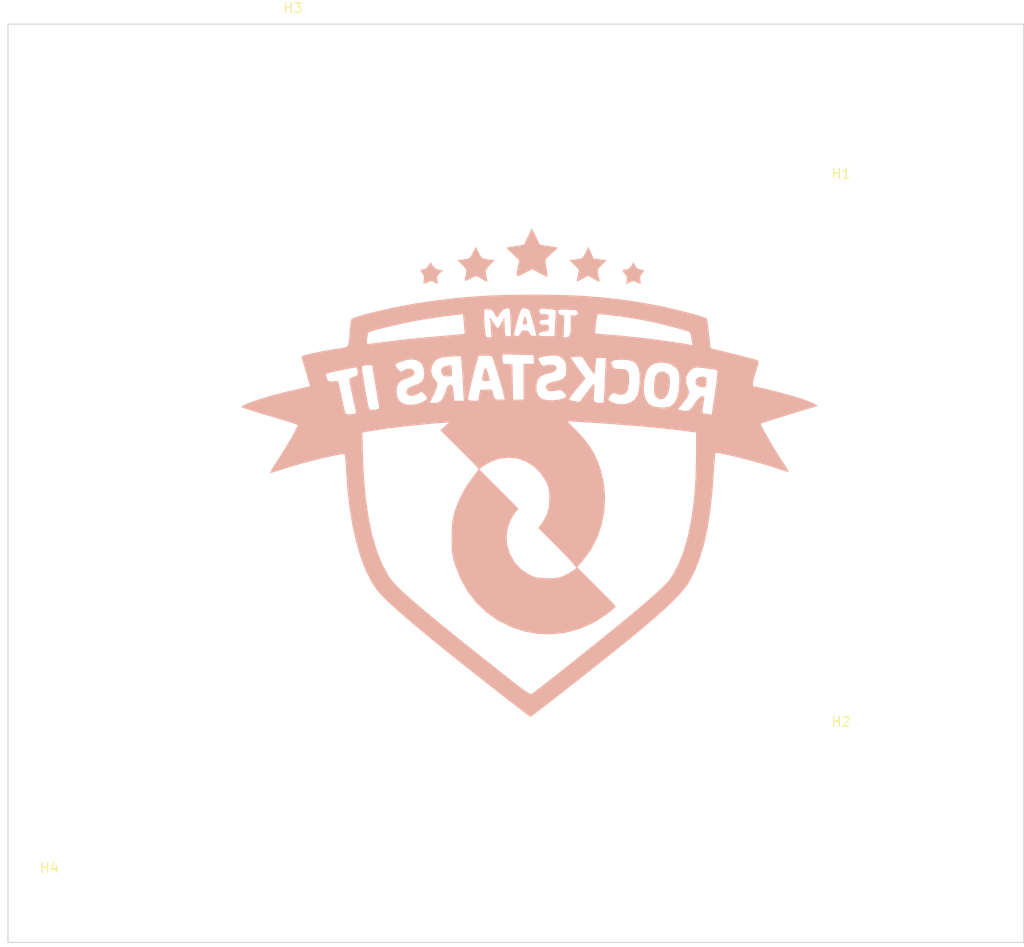
<source format=kicad_pcb>
(kicad_pcb (version 20221018) (generator pcbnew)
  (layers (0 "F.Cu" signal) (31 "B.Cu" signal) (34 "B.Paste" user) (35 "F.Paste" user) (36 "B.SilkS" user "B.Silkscreen") (37 "F.SilkS" user "F.Silkscreen") (38 "B.Mask" user) (39 "F.Mask" user) (44 "Edge.Cuts" user))
  (net 0 "")
  (footprint "MountingHole:MountingHole_2.7mm_M2.5" (layer "F.Cu") (at 57.912 105.918)
    (fp_text reference "H4" (at 0 -3.7) (layer "F.SilkS"))
    (fp_text value "MountingHole")
    (pad "" np_thru_hole circle locked (at 0 0) (size 2.7 2.7) (drill 2.7) (layers "*.Cu" "*.Mask"))
  )
  (footprint "MountingHole:MountingHole_2.7mm_M2.5" (layer "F.Cu") (at 83.312 16.256)
    (fp_text reference "H3" (at 0 -3.7) (layer "F.SilkS"))
    (fp_text value "MountingHole")
    (pad "" np_thru_hole circle locked (at 0 0) (size 2.7 2.7) (drill 2.7) (layers "*.Cu" "*.Mask"))
  )
  (footprint "MountingHole:MountingHole_2.7mm_M2.5" (layer "F.Cu") (at 140.462 33.528)
    (fp_text reference "H1" (at 0 -3.7) (layer "F.SilkS"))
    (fp_text value "MountingHole")
    (pad "" np_thru_hole circle locked (at 0 0) (size 2.7 2.7) (drill 2.7) (layers "*.Cu" "*.Mask"))
  )
  (footprint "MountingHole:MountingHole_2.7mm_M2.5" (layer "F.Cu") (at 140.462 90.678)
    (fp_text reference "H2" (at 0 -3.7) (layer "F.SilkS"))
    (fp_text value "MountingHole")
    (pad "" np_thru_hole circle locked (at 0 0) (size 2.7 2.7) (drill 2.7) (layers "*.Cu" "*.Mask"))
  )
  (footprint "LOGO" (layer "B.Cu") (at 107.95 60.96 180)
    (fp_text reference "" hide)
    (fp_text value "LOGO" hide)
    (fp_poly (pts (xy 0.555148 16.073962) (xy 0.648134 15.739574) (xy 0.678264 15.50237) (xy 0.576777 15.417186) (xy 0.436421 15.408531) (xy 0.25825 15.423705) (xy 0.196989 15.512402) (xy 0.231047 15.739389) (xy 0.27153 15.903161) (xy 0.367434 16.189529) (xy 0.458839 16.247824)) (fill solid) (layer "B.SilkS"))
    (fp_poly (pts (xy -17.60344 9.916066) (xy -17.379675 9.692354) (xy -17.33644 9.455782) (xy -17.393233 9.150256) (xy -17.591347 8.966801) (xy -17.955438 8.861868) (xy -18.238131 8.822305) (xy -18.377453 8.880692) (xy -18.447326 9.093671) (xy -18.476884 9.261414) (xy -18.515273 9.664078) (xy -18.439201 9.888101) (xy -18.219054 9.980155) (xy -18.013654 9.99147)) (fill solid) (layer "B.SilkS"))
    (fp_poly (pts (xy 4.626027 10.886145) (xy 4.723996 10.602982) (xy 4.807932 10.292418) (xy 4.905461 9.878187) (xy 4.912324 9.643374) (xy 4.8096 9.537577) (xy 4.57837 9.510392) (xy 4.514218 9.509953) (xy 4.236185 9.532628) (xy 4.098073 9.588385) (xy 4.094664 9.600237) (xy 4.129455 9.754574) (xy 4.218277 10.066285) (xy 4.324687 10.412797) (xy 4.450506 10.78504) (xy 4.542908 10.944827)) (fill solid) (layer "B.SilkS"))
    (fp_poly (pts (xy 8.528573 11.1413) (xy 8.59807 11.128825) (xy 8.998683 10.977866) (xy 9.189151 10.722357) (xy 9.161127 10.375314) (xy 9.130046 10.299297) (xy 8.986001 10.088667) (xy 8.755531 10.002746) (xy 8.527597 9.99147) (xy 8.229822 10.012398) (xy 8.064613 10.064396) (xy 8.053739 10.081754) (xy 8.049202 10.281275) (xy 8.061161 10.58542) (xy 8.083383 10.897694) (xy 8.109635 11.121605) (xy 8.12422 11.172929) (xy 8.254294 11.177695)) (fill solid) (layer "B.SilkS"))
    (fp_poly (pts (xy -13.345347 10.332357) (xy -13.136099 9.982102) (xy -13.062863 9.649215) (xy -13.013783 9.190953) (xy -13.000948 8.829904) (xy -13.019179 8.360641) (xy -13.085362 8.058204) (xy -13.216734 7.850629) (xy -13.241706 7.824645) (xy -13.578437 7.612025) (xy -13.936797 7.636949) (xy -14.16269 7.76059) (xy -14.37472 8.023156) (xy -14.538047 8.436949) (xy -14.643851 8.931642) (xy -14.683312 9.436902) (xy -14.647608 9.882402) (xy -14.527919 10.197811) (xy -14.475592 10.255463) (xy -14.063929 10.494345) (xy -13.672728 10.517027)) (fill solid) (layer "B.SilkS"))
    (fp_poly (pts (xy -10.668318 21.576419) (xy -10.426692 21.264785) (xy -10.199041 21.184887) (xy -9.856441 21.13835) (xy -9.737725 21.00709) (xy -9.844649 20.794254) (xy -9.931282 20.705212) (xy -10.139851 20.452504) (xy -10.182132 20.179732) (xy -10.15785 20.009836) (xy -10.080891 19.59961) (xy -10.457507 19.794366) (xy -10.740461 19.915687) (xy -10.959329 19.907785) (xy -11.189282 19.805462) (xy -11.48334 19.663405) (xy -11.61246 19.662482) (xy -11.6247 19.831585) (xy -11.592498 20.047878) (xy -11.582846 20.405799) (xy -11.72131 20.679983) (xy -11.787165 20.754768) (xy -11.953733 20.954192) (xy -11.955028 21.057153) (xy -11.85403 21.111156) (xy -11.554149 21.179699) (xy -11.448013 21.18673) (xy -11.257558 21.288332) (xy -11.071838 21.541256) (xy -11.054387 21.576419) (xy -10.869834 21.966107)) (fill solid) (layer "B.SilkS"))
    (fp_poly (pts (xy 10.378033 21.81389) (xy 10.515538 21.581522) (xy 10.533176 21.547868) (xy 10.761582 21.261506) (xy 11.010679 21.18673) (xy 11.295599 21.135654) (xy 11.359757 20.99151) (xy 11.197785 20.767923) (xy 11.181588 20.75303) (xy 11.015918 20.539238) (xy 10.982506 20.262361) (xy 11.005281 20.074856) (xy 11.043676 19.764661) (xy 10.995247 19.64682) (xy 10.814068 19.692874) (xy 10.578215 19.810205) (xy 10.307682 19.927525) (xy 10.115041 19.916121) (xy 9.926343 19.810205) (xy 9.655461 19.654618) (xy 9.536892 19.672833) (xy 9.535726 19.887277) (xy 9.562375 20.04406) (xy 9.588062 20.358985) (xy 9.484084 20.582514) (xy 9.305566 20.755356) (xy 8.96954 21.044393) (xy 9.424564 21.129756) (xy 9.806964 21.266985) (xy 10.045169 21.536091) (xy 10.058999 21.562062) (xy 10.196744 21.799866) (xy 10.288735 21.908344) (xy 10.292417 21.909005)) (fill solid) (layer "B.SilkS"))
    (fp_poly (pts (xy -5.859905 22.9145) (xy -5.672645 22.565692) (xy -5.507346 22.373202) (xy -5.279449 22.277437) (xy -4.904397 22.218802) (xy -4.86594 22.213985) (xy -4.183763 22.128753) (xy -4.685107 21.61792) (xy -5.186452 21.107087) (xy -5.056909 20.529039) (xy -4.990574 20.18658) (xy -4.965468 19.956108) (xy -4.973339 19.905019) (xy -5.094378 19.9328) (xy -5.356511 20.053289) (xy -5.580326 20.172602) (xy -6.14134 20.486159) (xy -6.673385 20.174359) (xy -7.038925 19.96792) (xy -7.243672 19.878294) (xy -7.329097 19.891703) (xy -7.340185 19.952844) (xy -7.313352 20.116079) (xy -7.249112 20.42236) (xy -7.214643 20.575018) (xy -7.154128 20.880226) (xy -7.168386 21.090853) (xy -7.28789 21.291424) (xy -7.543114 21.566464) (xy -7.588924 21.61319) (xy -8.085803 22.119474) (xy -7.402261 22.204877) (xy -6.718719 22.29028) (xy -6.445205 22.910031) (xy -6.171692 23.529781)) (fill solid) (layer "B.SilkS"))
    (fp_poly (pts (xy 5.874509 22.912718) (xy 6.057075 22.561301) (xy 6.21844 22.367685) (xy 6.440464 22.272087) (xy 6.805004 22.214723) (xy 6.835461 22.210909) (xy 7.493015 22.128753) (xy 7.00214 21.627647) (xy 6.727917 21.33484) (xy 6.594874 21.127091) (xy 6.571239 20.92197) (xy 6.623377 20.645024) (xy 6.712473 20.223673) (xy 6.711804 20.006811) (xy 6.591826 19.965826) (xy 6.322994 20.072102) (xy 6.130725 20.167872) (xy 5.520217 20.477239) (xy 4.995782 20.169899) (xy 4.633297 19.964522) (xy 4.436105 19.88528) (xy 4.364683 19.931755) (xy 4.379512 20.10353) (xy 4.391546 20.163508) (xy 4.467762 20.529077) (xy 4.521149 20.78388) (xy 4.526654 21.007421) (xy 4.418479 21.236394) (xy 4.162531 21.536176) (xy 4.089622 21.611389) (xy 3.590974 22.119474) (xy 4.265781 22.203785) (xy 4.650368 22.261303) (xy 4.884629 22.351481) (xy 5.051406 22.533429) (xy 5.233541 22.866259) (xy 5.255848 22.910234) (xy 5.571109 23.532372)) (fill solid) (layer "B.SilkS"))
    (fp_poly (pts (xy 0.138279 24.600901) (xy 0.541706 23.741612) (xy 1.437165 23.605127) (xy 1.871484 23.53487) (xy 2.201167 23.473889) (xy 2.364618 23.433744) (xy 2.37144 23.429825) (xy 2.309335 23.335477) (xy 2.109825 23.120217) (xy 1.812575 22.826258) (xy 1.734019 22.75145) (xy 1.057781 22.111892) (xy 1.190976 21.448665) (xy 1.293029 20.919984) (xy 1.323735 20.601379) (xy 1.257026 20.466461) (xy 1.066829 20.488845) (xy 0.727075 20.642142) (xy 0.504488 20.753835) (xy -0.315195 21.166621) (xy -1.084947 20.755349) (xy -1.466982 20.55472) (xy -1.758256 20.408295) (xy -1.901495 20.344771) (xy -1.905768 20.344076) (xy -1.921963 20.448976) (xy -1.898615 20.709529) (xy -1.886074 20.795498) (xy -1.817283 21.234152) (xy -1.744736 21.696482) (xy -1.738831 21.734102) (xy -1.708496 21.991152) (xy -1.738293 22.181488) (xy -1.862985 22.36667) (xy -2.117339 22.60826) (xy -2.341714 22.801682) (xy -2.662454 23.085613) (xy -2.888894 23.305275) (xy -2.979006 23.419458) (xy -2.977798 23.425362) (xy -2.846428 23.462503) (xy -2.538298 23.521357) (xy -2.115095 23.590352) (xy -2.029544 23.60324) (xy -1.124569 23.737838) (xy -0.694859 24.599014) (xy -0.265148 25.460189)) (fill solid) (layer "B.SilkS"))
    (fp_poly (pts (xy 1.936664 18.514878) (xy 4.055791 18.445521) (xy 6.054428 18.324273) (xy 7.990762 18.146763) (xy 9.922975 17.908626) (xy 11.797157 17.624004) (xy 12.697893 17.466392) (xy 13.633019 17.285824) (xy 14.570922 17.090024) (xy 15.479989 16.886715) (xy 16.328608 16.68362) (xy 17.085164 16.488461) (xy 17.718046 16.308961) (xy 18.19564 16.152844) (xy 18.486332 16.027831) (xy 18.556809 15.972666) (xy 18.598005 15.808222) (xy 18.645904 15.460837) (xy 18.693444 14.987932) (xy 18.720988 14.637853) (xy 18.767288 14.10259) (xy 18.822757 13.644246) (xy 18.879035 13.325057) (xy 18.911003 13.22369) (xy 19.120244 13.070571) (xy 19.560015 12.961846) (xy 19.709857 12.941309) (xy 20.228964 12.868745) (xy 20.830426 12.768982) (xy 21.470958 12.651115) (xy 22.107279 12.524242) (xy 22.696108 12.39746) (xy 23.19416 12.279865) (xy 23.558155 12.180554) (xy 23.74481 12.108624) (xy 23.760203 12.090042) (xy 23.721656 11.937952) (xy 23.62685 11.602876) (xy 23.489468 11.132204) (xy 23.323192 10.573326) (xy 23.299004 10.492794) (xy 23.134933 9.935502) (xy 23.004317 9.469239) (xy 22.91897 9.137935) (xy 22.890703 8.985517) (xy 22.892356 8.9806) (xy 23.018177 8.945547) (xy 23.333529 8.869251) (xy 23.792865 8.762449) (xy 24.350636 8.635875) (xy 24.436967 8.616521) (xy 25.474911 8.371435) (xy 26.500812 8.105663) (xy 27.467884 7.832868) (xy 28.329342 7.566716) (xy 29.038398 7.320872) (xy 29.463743 7.14833) (xy 29.829287 6.975146) (xy 30.000048 6.863397) (xy 30.00521 6.786183) (xy 29.914218 6.73313) (xy 29.733418 6.670168) (xy 29.357493 6.550184) (xy 28.822255 6.384222) (xy 28.163516 6.183326) (xy 27.417088 5.95854) (xy 26.964929 5.823602) (xy 26.1953 5.592657) (xy 25.503104 5.381087) (xy 24.92169 5.199401) (xy 24.484404 5.058105) (xy 24.224593 4.967708) (xy 24.167612 4.942143) (xy 24.188042 4.809827) (xy 24.323617 4.505347) (xy 24.557687 4.058022) (xy 24.873603 3.497169) (xy 25.254715 2.852107) (xy 25.684374 2.152153) (xy 26.14593 1.426626) (xy 26.287262 1.209684) (xy 26.593518 0.73323) (xy 26.838939 0.334006) (xy 26.999714 0.052047) (xy 27.052032 -0.072616) (xy 27.05104 -0.074394) (xy 26.925722 -0.056705) (xy 26.616974 0.025261) (xy 26.169453 0.158695) (xy 25.627813 0.330789) (xy 25.552521 0.355429) (xy 24.831283 0.582063) (xy 24.037955 0.813988) (xy 23.207216 1.042847) (xy 22.373749 1.26028) (xy 21.572232 1.45793) (xy 20.837347 1.627438) (xy 20.203775 1.760445) (xy 19.706195 1.848593) (xy 19.379288 1.883523) (xy 19.267634 1.870185) (xy 19.230298 1.736431) (xy 19.188636 1.406514) (xy 19.146915 0.924877) (xy 19.109399 0.335962) (xy 19.097207 0.094864) (xy 18.957902 -1.894107) (xy 18.734122 -3.797203) (xy 18.431391 -5.593585) (xy 18.055231 -7.262417) (xy 17.611164 -8.782862) (xy 17.104713 -10.134082) (xy 16.541402 -11.29524) (xy 15.926752 -12.2455) (xy 15.776324 -12.434908) (xy 15.35924 -12.891497) (xy 14.754887 -13.482526) (xy 13.97107 -14.201332) (xy 13.015593 -15.04125) (xy 11.896261 -15.995614) (xy 10.620879 -17.057759) (xy 9.197251 -18.221023) (xy 7.633183 -19.478738) (xy 6.139337 -20.664279) (xy 5.169268 -21.4283) (xy 4.225816 -22.168556) (xy 3.327555 -22.870685) (xy 2.493058 -23.520323) (xy 1.7409 -24.103107) (xy 1.089654 -24.604676) (xy 0.557897 -25.010667) (xy 0.164201 -25.306716) (xy -0.07286 -25.478462) (xy -0.136475 -25.517086) (xy -0.23872 -25.445119) (xy -0.507464 -25.2428) (xy -0.919474 -24.927984) (xy -1.451513 -24.518525) (xy -2.080346 -24.032277) (xy -2.782737 -23.487093) (xy -3.129858 -23.216982) (xy -5.074143 -21.698063) (xy -6.833043 -20.313438) (xy -8.41553 -19.055311) (xy -9.830577 -17.915888) (xy -11.087159 -16.887376) (xy -12.194249 -15.961979) (xy -13.160821 -15.131904) (xy -13.995848 -14.389357) (xy -14.708304 -13.726543) (xy -15.307162 -13.135668) (xy -15.801397 -12.608938) (xy -16.199981 -12.138558) (xy -16.511888 -11.716734) (xy -16.685232 -11.443148) (xy -17.283937 -10.279218) (xy -17.801474 -8.962928) (xy -18.240957 -7.480504) (xy -18.605499 -5.81817) (xy -18.898214 -3.962153) (xy -19.122214 -1.898678) (xy -19.254973 -0.073343) (xy -19.296709 0.59909) (xy -19.336928 1.18245) (xy -19.372537 1.63658) (xy -19.400442 1.921324) (xy -19.414708 1.999859) (xy -19.566791 2.009769) (xy -19.914809 1.960465) (xy -20.423739 1.860716) (xy -21.058554 1.71929) (xy -21.78423 1.544957) (xy -22.565742 1.346484) (xy -23.368065 1.132641) (xy -24.156173 0.912196) (xy -24.895043 0.693917) (xy -25.549648 0.486574) (xy -25.804824 0.400069) (xy -26.299997 0.234754) (xy -26.705541 0.112425) (xy -26.971617 0.047323) (xy -27.049496 0.044441) (xy -27.015676 0.164304) (xy -26.872764 0.425876) (xy -26.650898 0.774451) (xy -26.631438 0.803282) (xy -26.283627 1.33086) (xy -25.907877 1.925176) (xy -25.524102 2.551861) (xy -25.152212 3.176542) (xy -24.812121 3.764849) (xy -24.598069 4.149013) (xy -17.394786 4.149013) (xy -17.389108 1.562895) (xy -17.332619 -0.693345) (xy -17.175081 -2.800939) (xy -16.919062 -4.748069) (xy -16.567127 -6.522916) (xy -16.121842 -8.11366) (xy -15.585776 -9.508483) (xy -14.961493 -10.695565) (xy -14.61551 -11.20964) (xy -14.328908 -11.541417) (xy -13.858505 -12.009335) (xy -13.213446 -12.605532) (xy -12.402875 -13.322146) (xy -11.435936 -14.151315) (xy -10.321772 -15.085177) (xy -9.069529 -16.115869) (xy -7.68835 -17.23553) (xy -6.500474 -18.187038) (xy -5.259421 -19.17586) (xy -4.192796 -20.024628) (xy -3.2871 -20.743782) (xy -2.528833 -21.343758) (xy -1.904497 -21.834996) (xy -1.400592 -22.227934) (xy -1.003619 -22.533009) (xy -0.700078 -22.760661) (xy -0.47647 -22.921328) (xy -0.319296 -23.025448) (xy -0.215056 -23.083459) (xy -0.150252 -23.105801) (xy -0.137678 -23.107074) (xy 0.019251 -23.039147) (xy 0.317709 -22.850815) (xy 0.711728 -22.572701) (xy 1.066114 -22.305168) (xy 1.830484 -21.708981) (xy 2.71164 -21.016827) (xy 3.674511 -20.256647) (xy 4.684026 -19.456381) (xy 5.705112 -18.64397) (xy 6.702698 -17.847357) (xy 7.641713 -17.094481) (xy 8.487086 -16.413285) (xy 9.203744 -15.83171) (xy 9.630332 -15.482116) (xy 10.757626 -14.546258) (xy 11.709545 -13.741382) (xy 12.502198 -13.052526) (xy 13.151692 -12.464731) (xy 13.674136 -11.963035) (xy 14.085637 -11.532479) (xy 14.402303 -11.158101) (xy 14.633661 -10.835153) (xy 15.3054 -9.613761) (xy 15.883242 -8.172399) (xy 16.366801 -6.512956) (xy 16.755692 -4.637317) (xy 17.049527 -2.547371) (xy 17.247921 -0.245004) (xy 17.350489 2.267897) (xy 17.354353 2.467303) (xy 17.384562 4.152142) (xy 15.764556 4.411776) (xy 14.773384 4.557247) (xy 13.613017 4.705407) (xy 12.354782 4.848325) (xy 11.070009 4.978072) (xy 9.830026 5.086717) (xy 9.389574 5.120515) (xy 8.366351 5.195545) (xy 8.830055 4.791777) (xy 9.293758 4.38801) (xy 7.295221 2.41247) (xy 6.729325 1.849063) (xy 6.225604 1.33985) (xy 5.807976 0.909645) (xy 5.500356 0.583263) (xy 5.326664 0.385518) (xy 5.296683 0.338981) (xy 5.367707 0.206907) (xy 5.557295 -0.06155) (xy 5.830217 -0.417533) (xy 5.953351 -0.571664) (xy 6.617316 -1.521549) (xy 7.207177 -2.611302) (xy 7.672328 -3.741186) (xy 7.844969 -4.299775) (xy 7.962763 -4.802225) (xy 8.039616 -5.316274) (xy 8.082555 -5.912707) (xy 8.098604 -6.662313) (xy 8.099229 -6.861611) (xy 8.09373 -7.573855) (xy 8.070339 -8.117811) (xy 8.020376 -8.565772) (xy 7.935158 -8.990031) (xy 7.806005 -9.462882) (xy 7.773989 -9.570142) (xy 7.207591 -11.057276) (xy 6.453394 -12.40642) (xy 5.526604 -13.604682) (xy 4.44243 -14.639173) (xy 3.216077 -15.496999) (xy 1.862753 -16.16527) (xy 0.397664 -16.631096) (xy -0.807603 -16.844976) (xy -2.299475 -16.904401) (xy -3.794373 -16.736333) (xy -5.247786 -16.349146) (xy -6.611744 -15.753064) (xy -7.026879 -15.512534) (xy -7.4916 -15.213884) (xy -7.96204 -14.889208) (xy -8.394332 -14.570596) (xy -8.74461 -14.290144) (xy -8.969007 -14.079942) (xy -9.028436 -13.985001) (xy -8.946934 -13.881243) (xy -8.718169 -13.632446) (xy -8.365751 -13.263176) (xy -7.913292 -12.798001) (xy -7.384403 -12.261489) (xy -7.023266 -11.898596) (xy -5.103806 -9.976642) (xy -4.884519 -9.976642) (xy -4.717697 -10.129506) (xy -4.398801 -10.3412) (xy -3.9956 -10.572403) (xy -3.575865 -10.783795) (xy -3.268994 -10.913985) (xy -2.805041 -11.012651) (xy -2.12844 -11.045757) (xy -1.745497 -11.038327) (xy -1.155335 -11.003469) (xy -0.71909 -10.937572) (xy -0.350244 -10.822086) (xy -0.019561 -10.668235) (xy 0.834347 -10.100401) (xy 1.51355 -9.371019) (xy 2.007113 -8.495016) (xy 2.301982 -7.498866) (xy 2.350887 -6.670042) (xy 2.221644 -5.804074) (xy 1.934885 -4.980947) (xy 1.51124 -4.280649) (xy 1.453908 -4.210697) (xy 1.098832 -3.791943) (xy 3.154149 -1.727641) (xy 5.209465 0.33666) (xy 4.560209 0.767742) (xy 4.022844 1.061664) (xy 3.399224 1.31095) (xy 3.090935 1.401184) (xy 2.13205 1.520191) (xy 1.194173 1.414318) (xy 0.308316 1.099239) (xy -0.494512 0.590623) (xy -1.183301 -0.095857) (xy -1.72704 -0.94453) (xy -1.783771 -1.062328) (xy -1.952137 -1.469136) (xy -2.049059 -1.849877) (xy -2.092158 -2.299706) (xy -2.099731 -2.76872) (xy -2.035409 -3.650418) (xy -1.828197 -4.401909) (xy -1.451901 -5.103575) (xy -1.244439 -5.393192) (xy -0.931173 -5.803905) (xy -2.948744 -7.824099) (xy -3.54518 -8.430023) (xy -4.055606 -8.965819) (xy -4.460596 -9.409884) (xy -4.740724 -9.740619) (xy -4.876564 -9.936421) (xy -4.884519 -9.976642) (xy -5.103806 -9.976642) (xy -5.018095 -9.89082) (xy -5.531865 -9.309154) (xy -6.403781 -8.144322) (xy -7.082889 -6.858059) (xy -7.564694 -5.478943) (xy -7.8447 -4.035552) (xy -7.918411 -2.556466) (xy -7.781332 -1.070262) (xy -7.428968 0.394481) (xy -7.170772 1.10957) (xy -6.766101 1.986485) (xy -6.280447 2.782732) (xy -5.667158 3.566911) (xy -5.034573 4.250814) (xy -3.989999 5.318659) (xy -5.275331 5.24098) (xy -7.638895 5.089671) (xy -9.790952 4.933708) (xy -11.760741 4.770574) (xy -13.577503 4.59775) (xy -15.270479 4.412717) (xy -16.190995 4.300859) (xy -17.394786 4.149013) (xy -24.598069 4.149013) (xy -24.523741 4.282411) (xy -24.306984 4.694857) (xy -24.181762 4.967814) (xy -24.162552 5.064873) (xy -24.299359 5.122422) (xy -24.634806 5.23787) (xy -25.136646 5.400888) (xy -25.772631 5.601145) (xy -26.510515 5.828313) (xy -27.145497 6.020374) (xy -27.937367 6.25907) (xy -28.649686 6.475711) (xy -29.250994 6.660571) (xy -29.709831 6.803926) (xy -29.994737 6.89605) (xy -30.076357 6.926386) (xy -30.015707 7.004414) (xy -29.771205 7.139893) (xy -29.3871 7.313231) (xy -28.907638 7.504838) (xy -28.377068 7.695124) (xy -28.22891 7.744347) (xy -27.784721 7.881091) (xy -27.217118 8.043934) (xy -26.572606 8.220867) (xy -25.897687 8.399879) (xy -25.238868 8.568962) (xy -24.642653 8.716106) (xy -24.155547 8.829302) (xy -23.824054 8.896539) (xy -23.715535 8.909901) (xy -23.484322 8.934793) (xy -23.35173 9.027371) (xy -23.315129 9.223067) (xy -23.371887 9.55731) (xy -23.519374 10.065533) (xy -23.609081 10.34348) (xy -23.67052 10.536424) (xy -19.608741 10.536424) (xy -19.600654 10.207251) (xy -19.547191 9.661515) (xy -19.447687 8.891616) (xy -19.369817 8.347551) (xy -19.265549 7.63831) (xy -19.173745 7.015071) (xy -19.099943 6.515328) (xy -19.049679 6.176571) (xy -19.028493 6.036294) (xy -19.028268 6.035013) (xy -18.922837 6.027493) (xy -18.749052 6.063464) (xy -18.428465 6.123963) (xy -18.253867 6.137693) (xy -18.121942 6.166604) (xy -18.072318 6.290894) (xy -18.089662 6.570814) (xy -18.107952 6.711138) (xy -18.170155 7.133895) (xy -18.232698 7.512613) (xy -18.251565 7.613982) (xy -18.269962 7.852527) (xy -18.158988 7.937379) (xy -18.031778 7.945024) (xy -17.840657 7.890934) (xy -17.628746 7.705187) (xy -17.360068 7.352568) (xy -17.232356 7.16256) (xy -16.943802 6.74531) (xy -16.713416 6.503708) (xy -16.477056 6.406023) (xy -16.170578 6.420527) (xy -15.86183 6.484622) (xy -15.532664 6.560664) (xy -15.659415 6.719965) (xy 15.650679 6.719965) (xy 15.759915 6.620721) (xy 16.05428 6.546069) (xy 16.386364 6.514439) (xy 16.538996 6.520123) (xy 16.64424 6.583598) (xy 16.724139 6.750124) (xy 16.800736 7.064964) (xy 16.892533 7.553792) (xy 17.093483 8.682772) (xy 17.246604 9.58279) (xy 17.352166 10.255808) (xy 17.86792 10.255808) (xy 17.942434 10.115989) (xy 18.176256 10.014608) (xy 18.301382 9.976123) (xy 18.598645 9.852571) (xy 18.765798 9.716178) (xy 18.779147 9.67518) (xy 18.75449 9.505203) (xy 18.686828 9.147706) (xy 18.58563 8.650139) (xy 18.460362 8.059953) (xy 18.41801 7.865095) (xy 18.288209 7.269325) (xy 18.179106 6.764921) (xy 18.099932 6.394845) (xy 18.059918 6.202058) (xy 18.056872 6.184447) (xy 18.15803 6.142896) (xy 18.327725 6.103913) (xy 18.779422 6.041338) (xy 19.048339 6.072217) (xy 19.176046 6.202647) (xy 19.185145 6.229621) (xy 19.23265 6.422649) (xy 19.318731 6.799304) (xy 19.431749 7.307749) (xy 19.560065 7.896149) (xy 19.578751 7.982713) (xy 19.911272 9.525142) (xy 20.452211 9.491877) (xy 20.788416 9.482942) (xy 20.963205 9.540348) (xy 21.054935 9.708676) (xy 21.096802 9.85862) (xy 21.1566 10.133242) (xy 21.166904 10.280423) (xy 21.163498 10.285739) (xy 21.027251 10.327733) (xy 20.713387 10.402813) (xy 20.275097 10.5) (xy 19.765572 10.608313) (xy 19.238004 10.716776) (xy 18.745583 10.814407) (xy 18.3415 10.890229) (xy 18.078947 10.933262) (xy 18.006808 10.937306) (xy 17.962034 10.801395) (xy 17.901732 10.529596) (xy 17.897346 10.506789) (xy 17.86792 10.255808) (xy 17.352166 10.255808) (xy 17.352922 10.260631) (xy 17.413462 10.723084) (xy 17.429249 10.976935) (xy 17.417713 11.031893) (xy 17.257191 11.098147) (xy 16.981251 11.1469) (xy 16.681057 11.170412) (xy 16.447772 11.160945) (xy 16.370175 11.120827) (xy 16.350403 10.972929) (xy 16.296392 10.628019) (xy 16.214688 10.126365) (xy 16.111839 9.508233) (xy 16.010427 8.908057) (xy 15.894663 8.223592) (xy 15.794311 7.622726) (xy 15.715893 7.145126) (xy 15.665929 6.830457) (xy 15.650679 6.719965) (xy -15.659415 6.719965) (xy -15.963682 7.10237) (xy -16.337157 7.591377) (xy -16.564279 7.955292) (xy -16.662503 8.245464) (xy -16.649284 8.51324) (xy -16.543275 8.807319) (xy -16.359183 9.436485) (xy -16.360651 9.455662) (xy -15.649289 9.455662) (xy -15.589159 8.536648) (xy -15.411983 7.79652) (xy -15.122582 7.247531) (xy -14.725776 6.901932) (xy -14.626066 6.855034) (xy -14.215512 6.766741) (xy -13.693008 6.757692) (xy -13.172081 6.822719) (xy -12.803174 6.938034) (xy -12.389218 7.245582) (xy -12.112474 7.721159) (xy -11.959983 8.387287) (xy -11.95751 8.407761) (xy -11.949987 8.947497) (xy -12.023061 9.58289) (xy -12.056928 9.738823) (xy -11.524848 9.738823) (xy -11.491116 9.102917) (xy -11.405542 8.503211) (xy -11.273006 8.028904) (xy -11.266949 8.014168) (xy -10.962151 7.576832) (xy -10.498736 7.270984) (xy -9.928994 7.112) (xy -9.305218 7.115254) (xy -8.738317 7.270656) (xy -8.390051 7.448777) (xy -8.261217 7.625955) (xy -8.334973 7.847517) (xy -8.462641 8.012708) (xy -8.675829 8.223065) (xy -8.847936 8.26254) (xy -8.998153 8.201989) (xy -9.424694 8.068635) (xy -9.828457 8.103496) (xy -10.132689 8.296911) (xy -10.172244 8.349771) (xy -10.30807 8.686735) (xy -10.397719 9.158492) (xy -10.434681 9.674006) (xy -10.412447 10.142244) (xy -10.324505 10.472173) (xy -10.32407 10.472986) (xy -10.198312 10.650445) (xy -10.017611 10.740935) (xy -9.706022 10.772619) (xy -9.509134 10.775185) (xy -9.118034 10.789368) (xy -8.888575 10.850485) (xy -8.742185 10.989241) (xy -8.672976 11.101972) (xy -8.567186 11.37575) (xy -8.624353 11.562926) (xy -8.865124 11.676416) (xy -9.310142 11.729134) (xy -9.68806 11.736967) (xy -10.352294 11.691072) (xy -10.831477 11.538165) (xy -11.16612 11.255416) (xy -11.396736 10.819993) (xy -11.417271 10.762437) (xy -11.501859 10.321729) (xy -11.524848 9.738823) (xy -12.056928 9.738823) (xy -12.158267 10.205423) (xy -12.337141 10.706577) (xy -12.354639 10.741802) (xy -12.664443 11.101412) (xy -13.120134 11.332285) (xy -13.663169 11.432862) (xy -14.235009 11.401581) (xy -14.777111 11.236884) (xy -15.230936 10.937211) (xy -15.340604 10.821366) (xy -15.495529 10.612535) (xy -15.58807 10.394663) (xy -15.633873 10.09852) (xy -15.648588 9.654875) (xy -15.649289 9.455662) (xy -16.360651 9.455662) (xy -16.401911 9.994775) (xy -16.669129 10.472787) (xy -17.033556 10.784943) (xy -17.207395 10.876718) (xy -17.412286 10.919585) (xy -17.709143 10.91596) (xy -18.158878 10.868257) (xy -18.386144 10.838592) (xy -18.874701 10.770684) (xy -19.276125 10.710284) (xy -19.527387 10.667065) (xy -19.572118 10.656633) (xy -19.608741 10.536424) (xy -23.67052 10.536424) (xy -23.785451 10.897356) (xy -23.886596 11.267053) (xy -23.919558 11.494657) (xy -23.891379 11.622253) (xy -23.832529 11.678785) (xy -23.664837 11.739998) (xy -23.301479 11.846013) (xy -23.036453 11.917536) (xy -7.974335 11.917536) (xy -7.886403 9.660427) (xy -7.855976 8.945747) (xy -7.824193 8.314503) (xy -7.793429 7.805892) (xy -7.766055 7.459108) (xy -7.744446 7.313349) (xy -7.744264 7.313034) (xy -7.565118 7.23248) (xy -7.220102 7.252921) (xy -6.996132 7.302794) (xy -6.85362 7.353018) (xy -6.773011 7.444452) (xy -6.742668 7.630625) (xy -6.750957 7.965067) (xy -6.774085 8.324373) (xy -6.795146 8.765432) (xy -6.793404 9.09522) (xy -6.769715 9.25692) (xy -6.759944 9.264412) (xy -6.658724 9.172172) (xy -6.449582 8.92756) (xy -6.167122 8.572244) (xy -5.962488 8.304174) (xy -5.243933 7.348718) (xy -4.758696 7.421505) (xy -4.430402 7.486238) (xy -4.211348 7.557658) (xy -4.182515 7.575862) (xy -4.219198 7.694026) (xy -4.387028 7.954172) (xy -4.658527 8.317166) (xy -4.985094 8.718839) (xy -5.878616 9.780245) (xy -5.106133 10.847918) (xy -5.102337 10.853229) (xy -3.852132 10.853229) (xy -3.837679 10.461283) (xy -3.801 10.14966) (xy -3.777355 10.057053) (xy -3.565784 9.813165) (xy -3.156171 9.608512) (xy -2.590453 9.463007) (xy -2.492933 9.447244) (xy -2.026806 9.317064) (xy -1.776472 9.103052) (xy -1.74841 8.812738) (xy -1.811736 8.655996) (xy -1.940307 8.515612) (xy -2.16246 8.452168) (xy -2.521565 8.46277) (xy -3.060991 8.544524) (xy -3.173123 8.565173) (xy -3.361225 8.513104) (xy -3.579293 8.346281) (xy -3.762141 8.133868) (xy -3.844582 7.945031) (xy -3.822933 7.875699) (xy -3.509776 7.694989) (xy -3.03988 7.573783) (xy -2.490951 7.516805) (xy -1.940694 7.528781) (xy -1.466816 7.614435) (xy -1.226785 7.717843) (xy -0.919657 8.046266) (xy -0.759072 8.535379) (xy -0.753766 9.104105) (xy -0.872911 9.595878) (xy -1.124896 9.939339) (xy -1.546894 10.169826) (xy -2.00199 10.290745) (xy -2.528969 10.44342) (xy -2.82237 10.643787) (xy -2.881037 10.890772) (xy -2.813665 11.044787) (xy -2.590686 11.192419) (xy -2.219925 11.242015) (xy -1.77599 11.187772) (xy -1.604142 11.138896) (xy -1.399214 11.12035) (xy -1.241144 11.263974) (xy -1.211557 11.31564) (xy -0.49605 11.31564) (xy 0.052923 11.31564) (xy 0.601896 11.31564) (xy 0.601896 9.449764) (xy 0.601896 7.583887) (xy 1.140467 7.583887) (xy 1.679037 7.583887) (xy 2.560193 7.583887) (xy 3.077672 7.583887) (xy 3.368902 7.591859) (xy 3.543013 7.651307) (xy 3.649672 7.815526) (xy 3.738548 8.137809) (xy 3.784594 8.342414) (xy 3.844236 8.538392) (xy 3.954292 8.633364) (xy 4.182904 8.656486) (xy 4.487962 8.643362) (xy 5.116114 8.60711) (xy 5.226574 8.035309) (xy 5.337034 7.463508) (xy 5.858564 7.463508) (xy 6.826431 7.463508) (xy 7.31332 7.463508) (xy 7.80021 7.463508) (xy 7.884834 8.306162) (xy 7.93588 8.747901) (xy 7.992619 9.001079) (xy 8.077132 9.117336) (xy 8.211498 9.14831) (xy 8.245139 9.148816) (xy 8.480079 9.070629) (xy 8.603789 8.817773) (xy 8.775996 8.271251) (xy 8.988804 7.802874) (xy 9.213791 7.464545) (xy 9.422533 7.308166) (xy 9.431561 7.306146) (xy 9.7446 7.261083) (xy 10.059128 7.23908) (xy 10.288512 7.243744) (xy 10.352607 7.267777) (xy 10.299972 7.390102) (xy 10.165636 7.652507) (xy 10.127917 7.722687) (xy 10.660471 7.722687) (xy 10.759535 7.592058) (xy 10.831561 7.526016) (xy 11.193896 7.308152) (xy 11.697028 7.140177) (xy 12.242267 7.04723) (xy 12.7 7.050075) (xy 13.140821 7.181577) (xy 13.471913 7.400551) (xy 13.679899 7.696393) (xy 13.790684 8.110021) (xy 13.814788 8.32844) (xy 13.795023 8.886923) (xy 13.613501 9.300274) (xy 13.24493 9.602198) (xy 12.698052 9.816646) (xy 12.234674 9.992952) (xy 11.99945 10.188589) (xy 11.97373 10.244817) (xy 11.974697 10.535536) (xy 12.149556 10.735593) (xy 12.442324 10.825903) (xy 12.79702 10.787379) (xy 13.113536 10.633425) (xy 13.315266 10.512957) (xy 13.459996 10.533576) (xy 13.644322 10.716877) (xy 13.682028 10.760517) (xy 13.869397 11.002606) (xy 13.961902 11.169702) (xy 13.963981 11.183691) (xy 13.86415 11.286483) (xy 13.614673 11.427537) (xy 13.512559 11.474138) (xy 12.77249 11.715539) (xy 12.136015 11.765138) (xy 11.619714 11.630382) (xy 11.240167 11.318719) (xy 11.013953 10.837595) (xy 10.954503 10.325181) (xy 11.016178 9.823954) (xy 11.224299 9.467138) (xy 11.613509 9.21288) (xy 11.983737 9.081699) (xy 12.497025 8.87772) (xy 12.775015 8.631391) (xy 12.819839 8.340252) (xy 12.76019 8.185782) (xy 12.532344 7.990759) (xy 12.179999 7.959044) (xy 11.755948 8.091062) (xy 11.599653 8.17646) (xy 11.22158 8.406996) (xy 10.904984 8.076541) (xy 10.705141 7.855594) (xy 10.660471 7.722687) (xy 10.127917 7.722687) (xy 10.065092 7.839578) (xy 9.855369 8.265537) (xy 9.675238 8.700074) (xy 9.631402 8.826949) (xy 9.550118 9.145006) (xy 9.576267 9.349733) (xy 9.723304 9.549223) (xy 10.080872 10.038885) (xy 10.218174 10.507082) (xy 10.14448 11.004998) (xy 10.035426 11.272656) (xy 9.836323 11.588315) (xy 9.560347 11.807325) (xy 9.162265 11.948793) (xy 8.596844 12.031823) (xy 8.169046 12.061005) (xy 7.129087 12.113732) (xy 7.057145 11.323454) (xy 7.022037 10.883053) (xy 6.981043 10.284067) (xy 6.939493 9.608409) (xy 6.905817 8.998342) (xy 6.826431 7.463508) (xy 5.858564 7.463508) (xy 6.223758 7.496364) (xy 6.375668 7.591517) (xy 6.379004 7.613982) (xy 6.350063 7.821989) (xy 6.272828 8.210851) (xy 6.159508 8.728388) (xy 6.02231 9.322423) (xy 5.87344 9.940777) (xy 5.725105 10.531271) (xy 5.589513 11.041727) (xy 5.520044 11.285546) (xy 5.261611 12.158294) (xy 4.577069 12.158294) (xy 4.187102 12.150701) (xy 3.968208 12.105564) (xy 3.850735 11.989343) (xy 3.765029 11.7685) (xy 3.764558 11.767062) (xy 3.471606 10.855653) (xy 3.204486 9.99435) (xy 2.977414 9.23066) (xy 2.804605 8.612086) (xy 2.72059 8.278179) (xy 2.560193 7.583887) (xy 1.679037 7.583887) (xy 1.712268 9.419669) (xy 1.745498 11.255451) (xy 2.257109 11.292467) (xy 2.577545 11.326515) (xy 2.724979 11.411627) (xy 2.766595 11.615448) (xy 2.768721 11.807572) (xy 2.768721 12.285662) (xy 1.173697 12.252073) (xy -0.421327 12.218484) (xy -0.458688 11.767062) (xy -0.49605 11.31564) (xy -1.211557 11.31564) (xy -1.15272 11.418386) (xy -1.024904 11.679845) (xy -0.963892 11.832753) (xy -0.963033 11.839592) (xy -1.072486 11.935) (xy -1.357705 12.02803) (xy -1.753977 12.104668) (xy -2.196591 12.150902) (xy -2.434806 12.158294) (xy -2.862832 12.143115) (xy -3.143427 12.077216) (xy -3.369071 11.930053) (xy -3.500255 11.806417) (xy -3.724021 11.537862) (xy -3.827511 11.25285) (xy -3.852132 10.853229) (xy -5.102337 10.853229) (xy -4.79382 11.284828) (xy -4.542047 11.647042) (xy -4.379726 11.892311) (xy -4.333649 11.976754) (xy -4.441834 12.012035) (xy -4.717741 12.034133) (xy -4.920368 12.037915) (xy -5.507087 12.037915) (xy -6.154254 11.050564) (xy -6.477828 10.578372) (xy -6.693723 10.314551) (xy -6.806201 10.254317) (xy -6.824907 10.298194) (xy -6.850677 10.545422) (xy -6.892005 10.931609) (xy -6.923853 11.225356) (xy -6.999314 11.917536) (xy -7.486825 11.917536) (xy -7.974335 11.917536) (xy -23.036453 11.917536) (xy -22.781136 11.986439) (xy -22.142487 12.150881) (xy -21.424213 12.328946) (xy -21.307109 12.357371) (xy -20.593176 12.530302) (xy -19.964792 12.682786) (xy -19.457312 12.806219) (xy -19.106089 12.892001) (xy -18.946478 12.931529) (xy -18.940664 12.933126) (xy -18.92078 13.048301) (xy -18.89133 13.27173) (xy -17.000494 13.27173) (xy -16.054038 13.438089) (xy -15.62213 13.507991) (xy -15.010993 13.598726) (xy -14.280366 13.701836) (xy -13.489988 13.80886) (xy -12.820379 13.896007) (xy -11.936119 14.003406) (xy -10.97491 14.111236) (xy -10.023877 14.21029) (xy -9.170144 14.291358) (xy -8.727488 14.328583) (xy -8.098421 14.378768) (xy -7.562667 14.423522) (xy -7.162128 14.459185) (xy -6.938707 14.482097) (xy -6.906497 14.487643) (xy -6.898896 14.62319) (xy -6.918769 14.925425) (xy -6.957867 15.322942) (xy -7.007944 15.744336) (xy -7.060752 16.1182) (xy -7.108043 16.37313) (xy -7.132168 16.44149) (xy -7.284812 16.462345) (xy -7.636228 16.447311) (xy -8.147902 16.401245) (xy -8.781323 16.329007) (xy -9.497976 16.235455) (xy -10.25935 16.125448) (xy -11.026931 16.003845) (xy -11.762206 15.875506) (xy -12.051801 15.820825) (xy -12.667538 15.693615) (xy -13.355666 15.538446) (xy -14.075089 15.366062) (xy -14.784713 15.187208) (xy -15.443441 15.012629) (xy -16.01018 14.853068) (xy -16.443833 14.719272) (xy -16.703306 14.621984) (xy -16.753897 14.591428) (xy -16.816674 14.431264) (xy -16.884587 14.115942) (xy -16.919363 13.888709) (xy -17.000494 13.27173) (xy -18.89133 13.27173) (xy -18.879986 13.357792) (xy -18.823919 13.816625) (xy -18.758216 14.379828) (xy -18.746949 14.478708) (xy -18.677959 15.05919) (xy -18.614189 15.546914) (xy -18.56215 15.895346) (xy -18.528352 16.057953) (xy -18.525242 16.063456) (xy -18.364714 16.13765) (xy -18.008514 16.254662) (xy -17.495812 16.404271) (xy -16.865779 16.576254) (xy -16.611309 16.642418) (xy -5.034202 16.642418) (xy -5.024698 16.451611) (xy -4.877853 16.379494) (xy -4.703159 16.371564) (xy -4.333649 16.371564) (xy -4.333649 15.604147) (xy -4.318982 14.951179) (xy -4.268656 14.505352) (xy -4.17318 14.234476) (xy -4.023068 14.106361) (xy -3.885654 14.084361) (xy -3.588134 14.084361) (xy -3.629849 15.219042) (xy -3.671564 16.353723) (xy -3.340521 16.419824) (xy -3.078235 16.538449) (xy -3.009478 16.734561) (xy -3.016077 16.784589) (xy -2.753746 16.784589) (xy -2.74653 16.469088) (xy -2.725969 16.012777) (xy -2.698673 15.541698) (xy -2.614075 14.20474) (xy -1.779727 14.20474) (xy -1.339837 14.2119) (xy -1.092782 14.241814) (xy -1.022228 14.287028) (xy -0.721971 14.287028) (xy -0.619566 14.227864) (xy -0.391232 14.226839) (xy -0.119027 14.326584) (xy -0.021722 14.535782) (xy 0.052446 14.725161) (xy 0.249865 14.799045) (xy 0.427406 14.806636) (xy 0.724056 14.772884) (xy 0.869286 14.636941) (xy 0.9136 14.505688) (xy 1.048355 14.26602) (xy 1.287612 14.20474) (xy 1.905349 14.20474) (xy 2.211787 14.20474) (xy 2.362506 14.215174) (xy 2.455577 14.278756) (xy 2.507704 14.443909) (xy 2.535593 14.759052) (xy 2.553189 15.194365) (xy 2.588152 16.18399) (xy 2.888893 15.615692) (xy 3.072777 15.298405) (xy 3.222983 15.092125) (xy 3.282777 15.047394) (xy 3.393043 15.140898) (xy 3.579866 15.382142) (xy 3.737266 15.617179) (xy 4.098612 16.186964) (xy 4.017803 15.135662) (xy 3.936994 14.084361) (xy 4.238293 14.084361) (xy 4.399588 14.100908) (xy 4.49794 14.185874) (xy 4.557999 14.392245) (xy 4.566369 14.460902) (xy 6.736884 14.460902) (xy 7.250669 14.398884) (xy 7.529736 14.369673) (xy 8.001966 14.325132) (xy 8.620558 14.269466) (xy 9.33871 14.20688) (xy 10.109621 14.141581) (xy 10.172038 14.136377) (xy 11.097594 14.05354) (xy 12.118096 13.95262) (xy 13.142633 13.843213) (xy 14.080293 13.734916) (xy 14.626067 13.666253) (xy 15.308349 13.576484) (xy 15.911889 13.497313) (xy 16.394289 13.434284) (xy 16.713151 13.392938) (xy 16.820683 13.379352) (xy 16.906686 13.441909) (xy 16.920802 13.681108) (xy 16.895363 13.933887) (xy 16.837584 14.285984) (xy 16.774512 14.529459) (xy 16.747192 14.583223) (xy 16.591228 14.652542) (xy 16.238872 14.761413) (xy 15.729438 14.900325) (xy 15.102237 15.059765) (xy 14.396584 15.230222) (xy 13.651792 15.402183) (xy 12.907174 15.566136) (xy 12.202044 15.712569) (xy 11.616588 15.824615) (xy 11.076792 15.916827) (xy 10.44435 16.016283) (xy 9.760746 16.117456) (xy 9.067466 16.214822) (xy 8.405996 16.302852) (xy 7.817821 16.376023) (xy 7.344426 16.428807) (xy 7.027296 16.455678) (xy 6.908247 16.45179) (xy 6.893112 16.331418) (xy 6.864703 16.028614) (xy 6.828319 15.600984) (xy 6.815788 15.446328) (xy 6.736884 14.460902) (xy 4.566369 14.460902) (xy 4.604419 14.773005) (xy 4.616334 14.89692) (xy 4.658125 15.439828) (xy 4.686351 15.998218) (xy 4.693931 16.34147) (xy 4.694787 16.97346) (xy 4.271512 16.97346) (xy 3.971722 16.940481) (xy 3.784807 16.797106) (xy 3.647321 16.552133) (xy 3.49548 16.282581) (xy 3.368857 16.138379) (xy 3.346373 16.130806) (xy 3.235272 16.22889) (xy 3.085233 16.472077) (xy 3.047912 16.546919) (xy 2.838568 16.825866) (xy 2.553608 17.023621) (xy 2.268423 17.102605) (xy 2.067933 17.035401) (xy 2.032125 16.889213) (xy 1.99668 16.553817) (xy 1.965921 16.08073) (xy 1.945802 15.579395) (xy 1.905349 14.20474) (xy 1.287612 14.20474) (xy 1.470947 14.221898) (xy 1.541686 14.316891) (xy 1.527142 14.554997) (xy 1.501683 14.716351) (xy 1.423154 15.084979) (xy 1.29457 15.581334) (xy 1.142186 16.104801) (xy 1.124727 16.160901) (xy 0.97442 16.622728) (xy 0.859215 16.900151) (xy 0.74684 17.039906) (xy 0.605023 17.088729) (xy 0.480515 17.093839) (xy 0.142816 17.0079) (xy 0.003822 16.860222) (xy -0.072378 16.662854) (xy -0.187903 16.30228) (xy -0.32464 15.842722) (xy -0.464474 15.348398) (xy -0.589291 14.88353) (xy -0.680979 14.512337) (xy -0.721421 14.299041) (xy -0.721971 14.287028) (xy -1.022228 14.287028) (xy -0.990852 14.307135) (xy -0.98534 14.415403) (xy -1.093317 14.566727) (xy -1.374547 14.646954) (xy -1.535872 14.663083) (xy -1.857135 14.700552) (xy -2.004586 14.784719) (xy -2.045125 14.966847) (xy -2.046445 15.054315) (xy -2.026779 15.281513) (xy -1.92184 15.382515) (xy -1.662721 15.408014) (xy -1.564929 15.408531) (xy -1.249903 15.428721) (xy -1.110674 15.510325) (xy -1.083412 15.64929) (xy -1.123792 15.806802) (xy -1.286999 15.876417) (xy -1.564929 15.890048) (xy -1.875161 15.906474) (xy -2.013049 15.983954) (xy -2.046273 16.164787) (xy -2.046445 16.190996) (xy -2.020163 16.384891) (xy -1.896196 16.471071) (xy -1.606862 16.491836) (xy -1.564929 16.491944) (xy -1.25483 16.508221) (xy -1.116993 16.585619) (xy -1.083618 16.766986) (xy -1.083412 16.796244) (xy -1.092648 16.956157) (xy -1.155761 17.040936) (xy -1.325855 17.065238) (xy -1.656038 17.043724) (xy -1.895971 17.020543) (xy -2.309221 16.976142) (xy -2.614292 16.936365) (xy -2.745698 16.909759) (xy -2.745901 16.909598) (xy -2.753746 16.784589) (xy -3.016077 16.784589) (xy -3.0255 16.856028) (xy -3.105556 16.927061) (xy -3.297635 16.957984) (xy -3.649723 16.959121) (xy -4.002606 16.948234) (xy -4.491927 16.926263) (xy -4.790561 16.892802) (xy -4.948559 16.833012) (xy -5.015969 16.732056) (xy -5.034202 16.642418) (xy -16.611309 16.642418) (xy -16.157584 16.76039) (xy -15.4104 16.946457) (xy -14.663397 17.124233) (xy -13.955744 17.283496) (xy -13.422275 17.395114) (xy -11.554461 17.738647) (xy -9.708743 18.014984) (xy -7.838294 18.228218) (xy -5.89629 18.382441) (xy -3.835903 18.481745) (xy -1.61031 18.530225) (xy -0.361137 18.536709)) (fill solid) (layer "B.SilkS"))
  )
  (gr_line (start 53.594 109.982) (end 159.512 109.982) (stroke (width 0.1)) (layer "Edge.Cuts"))
  (gr_line (start 159.512 14.224) (end 159.512 109.982) (stroke (width 0.1)) (layer "Edge.Cuts"))
  (gr_line (start 53.594 14.224) (end 159.512 14.224) (stroke (width 0.1)) (layer "Edge.Cuts"))
  (gr_line (start 53.594 14.224) (end 53.594 109.982) (stroke (width 0.1)) (layer "Edge.Cuts"))
)
</source>
